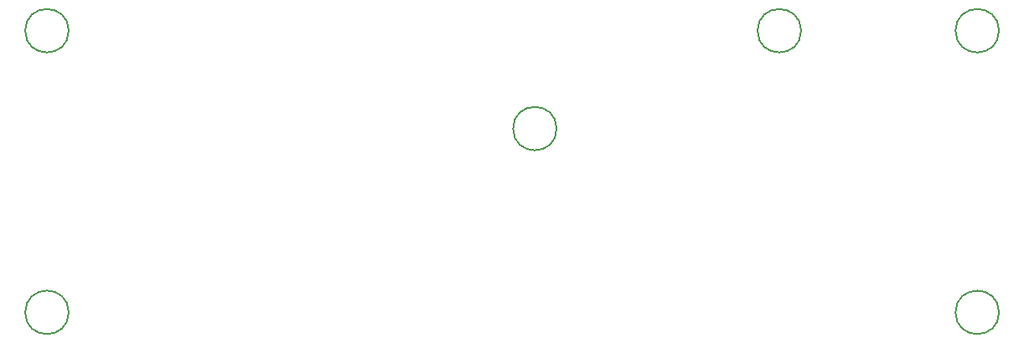
<source format=gbr>
%TF.GenerationSoftware,KiCad,Pcbnew,8.0.4*%
%TF.CreationDate,2024-10-24T20:47:50-05:00*%
%TF.ProjectId,numlocked_HUB,6e756d6c-6f63-46b6-9564-5f4855422e6b,rev?*%
%TF.SameCoordinates,Original*%
%TF.FileFunction,Other,Comment*%
%FSLAX46Y46*%
G04 Gerber Fmt 4.6, Leading zero omitted, Abs format (unit mm)*
G04 Created by KiCad (PCBNEW 8.0.4) date 2024-10-24 20:47:50*
%MOMM*%
%LPD*%
G01*
G04 APERTURE LIST*
%ADD10C,0.150000*%
G04 APERTURE END LIST*
D10*
%TO.C,H3*%
X94200000Y-42500000D02*
G75*
G02*
X89800000Y-42500000I-2200000J0D01*
G01*
X89800000Y-42500000D02*
G75*
G02*
X94200000Y-42500000I2200000J0D01*
G01*
%TO.C,H6*%
X94200000Y-71000000D02*
G75*
G02*
X89800000Y-71000000I-2200000J0D01*
G01*
X89800000Y-71000000D02*
G75*
G02*
X94200000Y-71000000I2200000J0D01*
G01*
%TO.C,H4*%
X188200000Y-71000000D02*
G75*
G02*
X183800000Y-71000000I-2200000J0D01*
G01*
X183800000Y-71000000D02*
G75*
G02*
X188200000Y-71000000I2200000J0D01*
G01*
%TO.C,H1*%
X188200000Y-42500000D02*
G75*
G02*
X183800000Y-42500000I-2200000J0D01*
G01*
X183800000Y-42500000D02*
G75*
G02*
X188200000Y-42500000I2200000J0D01*
G01*
%TO.C,H2*%
X143500000Y-52400000D02*
G75*
G02*
X139100000Y-52400000I-2200000J0D01*
G01*
X139100000Y-52400000D02*
G75*
G02*
X143500000Y-52400000I2200000J0D01*
G01*
X168200000Y-42500000D02*
G75*
G02*
X163800000Y-42500000I-2200000J0D01*
G01*
X163800000Y-42500000D02*
G75*
G02*
X168200000Y-42500000I2200000J0D01*
G01*
%TD*%
M02*

</source>
